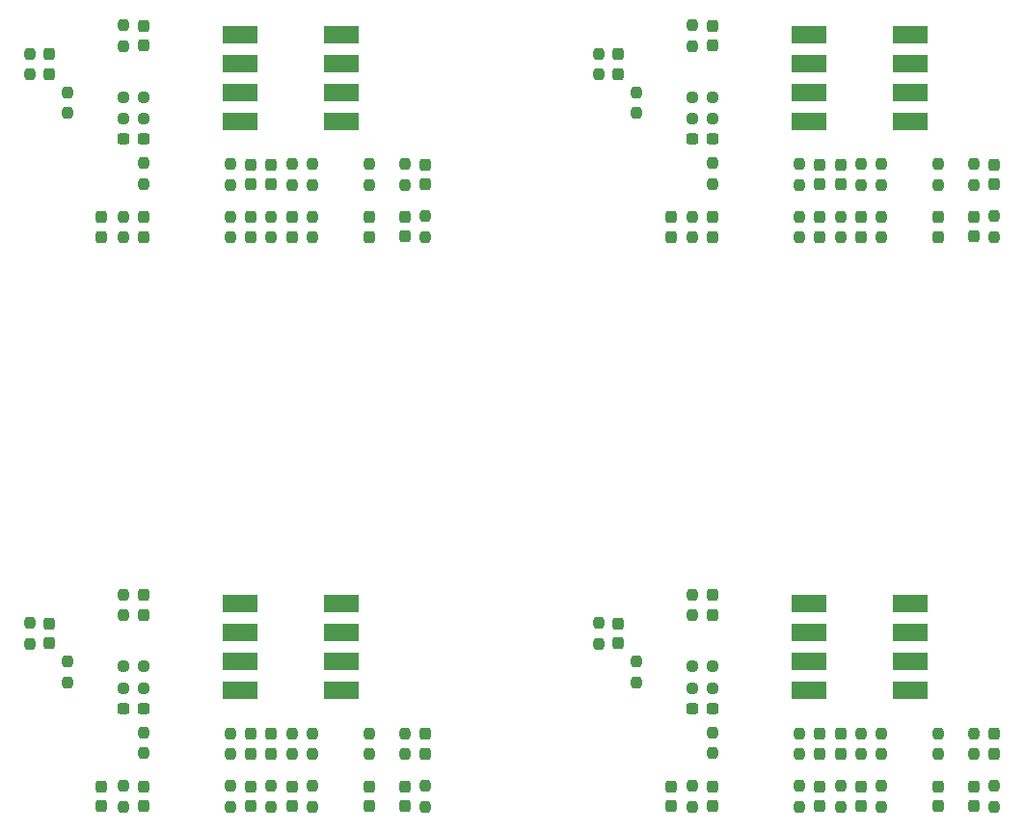
<source format=gbr>
%TF.GenerationSoftware,KiCad,Pcbnew,8.0.3*%
%TF.CreationDate,2025-04-01T20:28:10+03:00*%
%TF.ProjectId,DST-2,4453542d-322e-46b6-9963-61645f706362,rev?*%
%TF.SameCoordinates,Original*%
%TF.FileFunction,Paste,Top*%
%TF.FilePolarity,Positive*%
%FSLAX46Y46*%
G04 Gerber Fmt 4.6, Leading zero omitted, Abs format (unit mm)*
G04 Created by KiCad (PCBNEW 8.0.3) date 2025-04-01 20:28:10*
%MOMM*%
%LPD*%
G01*
G04 APERTURE LIST*
G04 Aperture macros list*
%AMRoundRect*
0 Rectangle with rounded corners*
0 $1 Rounding radius*
0 $2 $3 $4 $5 $6 $7 $8 $9 X,Y pos of 4 corners*
0 Add a 4 corners polygon primitive as box body*
4,1,4,$2,$3,$4,$5,$6,$7,$8,$9,$2,$3,0*
0 Add four circle primitives for the rounded corners*
1,1,$1+$1,$2,$3*
1,1,$1+$1,$4,$5*
1,1,$1+$1,$6,$7*
1,1,$1+$1,$8,$9*
0 Add four rect primitives between the rounded corners*
20,1,$1+$1,$2,$3,$4,$5,0*
20,1,$1+$1,$4,$5,$6,$7,0*
20,1,$1+$1,$6,$7,$8,$9,0*
20,1,$1+$1,$8,$9,$2,$3,0*%
G04 Aperture macros list end*
%ADD10RoundRect,0.237500X0.237500X-0.250000X0.237500X0.250000X-0.237500X0.250000X-0.237500X-0.250000X0*%
%ADD11RoundRect,0.237500X-0.250000X-0.237500X0.250000X-0.237500X0.250000X0.237500X-0.250000X0.237500X0*%
%ADD12RoundRect,0.237500X0.237500X-0.300000X0.237500X0.300000X-0.237500X0.300000X-0.237500X-0.300000X0*%
%ADD13RoundRect,0.237500X-0.237500X0.250000X-0.237500X-0.250000X0.237500X-0.250000X0.237500X0.250000X0*%
%ADD14RoundRect,0.237500X0.250000X0.237500X-0.250000X0.237500X-0.250000X-0.237500X0.250000X-0.237500X0*%
%ADD15RoundRect,0.237500X-0.237500X0.300000X-0.237500X-0.300000X0.237500X-0.300000X0.237500X0.300000X0*%
%ADD16RoundRect,0.237500X0.300000X0.237500X-0.300000X0.237500X-0.300000X-0.237500X0.300000X-0.237500X0*%
%ADD17R,3.100000X1.600000*%
G04 APERTURE END LIST*
D10*
%TO.C,R5*%
X123100000Y-121737500D03*
X123100000Y-123562500D03*
%TD*%
D11*
%TO.C,R13*%
X115512500Y-117750000D03*
X113687500Y-117750000D03*
%TD*%
D10*
%TO.C,R6*%
X165475000Y-73462500D03*
X165475000Y-71637500D03*
%TD*%
D12*
%TO.C,C4*%
X174875000Y-123512500D03*
X174875000Y-121787500D03*
%TD*%
D11*
%TO.C,R13*%
X163662500Y-67750000D03*
X165487500Y-67750000D03*
%TD*%
D10*
%TO.C,R8*%
X180275000Y-73562500D03*
X180275000Y-71737500D03*
%TD*%
D13*
%TO.C,R1*%
X113700000Y-128162500D03*
X113700000Y-126337500D03*
%TD*%
D10*
%TO.C,R15*%
X105500000Y-63862500D03*
X105500000Y-62037500D03*
%TD*%
%TO.C,R7*%
X128500000Y-121737500D03*
X128500000Y-123562500D03*
%TD*%
D14*
%TO.C,R12*%
X165487500Y-115850000D03*
X163662500Y-115850000D03*
%TD*%
D15*
%TO.C,C6*%
X140231891Y-123505609D03*
X140231891Y-121780609D03*
%TD*%
D14*
%TO.C,R12*%
X165487500Y-65850000D03*
X163662500Y-65850000D03*
%TD*%
%TO.C,R12*%
X113687500Y-115850000D03*
X115512500Y-115850000D03*
%TD*%
D16*
%TO.C,C10*%
X115462500Y-69550000D03*
X113737500Y-69550000D03*
%TD*%
D15*
%TO.C,C12*%
X161775000Y-76387500D03*
X161775000Y-78112500D03*
%TD*%
D12*
%TO.C,C3*%
X178475000Y-128112500D03*
X178475000Y-126387500D03*
%TD*%
%TO.C,C3*%
X128500000Y-126387500D03*
X128500000Y-128112500D03*
%TD*%
D15*
%TO.C,C8*%
X188406891Y-126380609D03*
X188406891Y-128105609D03*
%TD*%
%TO.C,C5*%
X126700000Y-71787500D03*
X126700000Y-73512500D03*
%TD*%
D13*
%TO.C,R4*%
X180275000Y-76337500D03*
X180275000Y-78162500D03*
%TD*%
D15*
%TO.C,C6*%
X190206891Y-71780609D03*
X190206891Y-73505609D03*
%TD*%
D10*
%TO.C,R5*%
X173075000Y-123562500D03*
X173075000Y-121737500D03*
%TD*%
D15*
%TO.C,C5*%
X176675000Y-121787500D03*
X176675000Y-123512500D03*
%TD*%
%TO.C,C7*%
X135300000Y-128112500D03*
X135300000Y-126387500D03*
%TD*%
D10*
%TO.C,R7*%
X178475000Y-73562500D03*
X178475000Y-71737500D03*
%TD*%
D17*
%TO.C,U1*%
X123955000Y-60340000D03*
X123955000Y-62880000D03*
X123955000Y-65420000D03*
X123955000Y-67960000D03*
X132845000Y-67960000D03*
X132845000Y-65420000D03*
X132845000Y-62880000D03*
X132845000Y-60340000D03*
%TD*%
D12*
%TO.C,C1*%
X165475000Y-128112500D03*
X165475000Y-126387500D03*
%TD*%
D10*
%TO.C,R8*%
X130300000Y-121737500D03*
X130300000Y-123562500D03*
%TD*%
%TO.C,R9*%
X140231891Y-126330609D03*
X140231891Y-128155609D03*
%TD*%
D15*
%TO.C,C9*%
X165475000Y-109587500D03*
X165475000Y-111312500D03*
%TD*%
%TO.C,C9*%
X165475000Y-59587500D03*
X165475000Y-61312500D03*
%TD*%
D12*
%TO.C,C1*%
X115500000Y-78112500D03*
X115500000Y-76387500D03*
%TD*%
D15*
%TO.C,C12*%
X111800000Y-128112500D03*
X111800000Y-126387500D03*
%TD*%
D12*
%TO.C,C4*%
X174875000Y-73512500D03*
X174875000Y-71787500D03*
%TD*%
D15*
%TO.C,C7*%
X185275000Y-76387500D03*
X185275000Y-78112500D03*
%TD*%
D13*
%TO.C,R16*%
X158775000Y-115437500D03*
X158775000Y-117262500D03*
%TD*%
%TO.C,R11*%
X188406891Y-121730609D03*
X188406891Y-123555609D03*
%TD*%
D15*
%TO.C,C6*%
X190206891Y-121780609D03*
X190206891Y-123505609D03*
%TD*%
D13*
%TO.C,R3*%
X126700000Y-76337500D03*
X126700000Y-78162500D03*
%TD*%
D15*
%TO.C,C9*%
X115500000Y-111312500D03*
X115500000Y-109587500D03*
%TD*%
D13*
%TO.C,R16*%
X158775000Y-65437500D03*
X158775000Y-67262500D03*
%TD*%
%TO.C,R14*%
X163675000Y-59537500D03*
X163675000Y-61362500D03*
%TD*%
D12*
%TO.C,C3*%
X128500000Y-78112500D03*
X128500000Y-76387500D03*
%TD*%
%TO.C,C1*%
X165475000Y-78112500D03*
X165475000Y-76387500D03*
%TD*%
D13*
%TO.C,R11*%
X188406891Y-71730609D03*
X188406891Y-73555609D03*
%TD*%
D10*
%TO.C,R9*%
X140231891Y-78155609D03*
X140231891Y-76330609D03*
%TD*%
D15*
%TO.C,C5*%
X176675000Y-71787500D03*
X176675000Y-73512500D03*
%TD*%
D11*
%TO.C,R13*%
X113687500Y-67750000D03*
X115512500Y-67750000D03*
%TD*%
D15*
%TO.C,C8*%
X138431891Y-76380609D03*
X138431891Y-78105609D03*
%TD*%
D13*
%TO.C,R4*%
X180275000Y-126337500D03*
X180275000Y-128162500D03*
%TD*%
%TO.C,R10*%
X185275000Y-71737500D03*
X185275000Y-73562500D03*
%TD*%
D10*
%TO.C,R7*%
X128500000Y-73562500D03*
X128500000Y-71737500D03*
%TD*%
D13*
%TO.C,R11*%
X138431891Y-123555609D03*
X138431891Y-121730609D03*
%TD*%
%TO.C,R10*%
X185275000Y-121737500D03*
X185275000Y-123562500D03*
%TD*%
%TO.C,R3*%
X176675000Y-76337500D03*
X176675000Y-78162500D03*
%TD*%
D16*
%TO.C,C10*%
X113737500Y-119550000D03*
X115462500Y-119550000D03*
%TD*%
D10*
%TO.C,R6*%
X115500000Y-121637500D03*
X115500000Y-123462500D03*
%TD*%
D15*
%TO.C,C2*%
X124900000Y-76387500D03*
X124900000Y-78112500D03*
%TD*%
D12*
%TO.C,C4*%
X124900000Y-121787500D03*
X124900000Y-123512500D03*
%TD*%
D15*
%TO.C,C6*%
X140231891Y-71780609D03*
X140231891Y-73505609D03*
%TD*%
D16*
%TO.C,C10*%
X165437500Y-69550000D03*
X163712500Y-69550000D03*
%TD*%
D10*
%TO.C,R15*%
X155475000Y-63862500D03*
X155475000Y-62037500D03*
%TD*%
%TO.C,R15*%
X105500000Y-112037500D03*
X105500000Y-113862500D03*
%TD*%
D11*
%TO.C,R13*%
X163662500Y-117750000D03*
X165487500Y-117750000D03*
%TD*%
D12*
%TO.C,C1*%
X115500000Y-126387500D03*
X115500000Y-128112500D03*
%TD*%
D10*
%TO.C,R8*%
X180275000Y-123562500D03*
X180275000Y-121737500D03*
%TD*%
D15*
%TO.C,C8*%
X188406891Y-76380609D03*
X188406891Y-78105609D03*
%TD*%
D16*
%TO.C,C10*%
X165437500Y-119550000D03*
X163712500Y-119550000D03*
%TD*%
D17*
%TO.C,U1*%
X173930000Y-60340000D03*
X173930000Y-62880000D03*
X173930000Y-65420000D03*
X173930000Y-67960000D03*
X182820000Y-67960000D03*
X182820000Y-65420000D03*
X182820000Y-62880000D03*
X182820000Y-60340000D03*
%TD*%
D15*
%TO.C,C2*%
X174875000Y-76387500D03*
X174875000Y-78112500D03*
%TD*%
D12*
%TO.C,C4*%
X124900000Y-73512500D03*
X124900000Y-71787500D03*
%TD*%
D13*
%TO.C,R1*%
X163675000Y-76337500D03*
X163675000Y-78162500D03*
%TD*%
D14*
%TO.C,R12*%
X115512500Y-65850000D03*
X113687500Y-65850000D03*
%TD*%
D13*
%TO.C,R14*%
X113700000Y-111362500D03*
X113700000Y-109537500D03*
%TD*%
%TO.C,R10*%
X135300000Y-123562500D03*
X135300000Y-121737500D03*
%TD*%
%TO.C,R14*%
X163675000Y-109537500D03*
X163675000Y-111362500D03*
%TD*%
D10*
%TO.C,R8*%
X130300000Y-73562500D03*
X130300000Y-71737500D03*
%TD*%
%TO.C,R9*%
X190206891Y-78155609D03*
X190206891Y-76330609D03*
%TD*%
D17*
%TO.C,U1*%
X173930000Y-110340000D03*
X173930000Y-112880000D03*
X173930000Y-115420000D03*
X173930000Y-117960000D03*
X182820000Y-117960000D03*
X182820000Y-115420000D03*
X182820000Y-112880000D03*
X182820000Y-110340000D03*
%TD*%
D15*
%TO.C,C8*%
X138431891Y-128105609D03*
X138431891Y-126380609D03*
%TD*%
D10*
%TO.C,R6*%
X165475000Y-123462500D03*
X165475000Y-121637500D03*
%TD*%
D13*
%TO.C,R3*%
X176675000Y-126337500D03*
X176675000Y-128162500D03*
%TD*%
D12*
%TO.C,C11*%
X157175000Y-113812500D03*
X157175000Y-112087500D03*
%TD*%
D13*
%TO.C,R2*%
X123100000Y-76337500D03*
X123100000Y-78162500D03*
%TD*%
D15*
%TO.C,C9*%
X115500000Y-59587500D03*
X115500000Y-61312500D03*
%TD*%
D13*
%TO.C,R2*%
X173075000Y-126337500D03*
X173075000Y-128162500D03*
%TD*%
%TO.C,R16*%
X108800000Y-117262500D03*
X108800000Y-115437500D03*
%TD*%
%TO.C,R4*%
X130300000Y-76337500D03*
X130300000Y-78162500D03*
%TD*%
D17*
%TO.C,U1*%
X132845000Y-110340000D03*
X132845000Y-112880000D03*
X132845000Y-115420000D03*
X132845000Y-117960000D03*
X123955000Y-117960000D03*
X123955000Y-115420000D03*
X123955000Y-112880000D03*
X123955000Y-110340000D03*
%TD*%
D10*
%TO.C,R5*%
X173075000Y-73562500D03*
X173075000Y-71737500D03*
%TD*%
D15*
%TO.C,C12*%
X161775000Y-126387500D03*
X161775000Y-128112500D03*
%TD*%
D13*
%TO.C,R4*%
X130300000Y-128162500D03*
X130300000Y-126337500D03*
%TD*%
D12*
%TO.C,C11*%
X107200000Y-112087500D03*
X107200000Y-113812500D03*
%TD*%
D13*
%TO.C,R14*%
X113700000Y-59537500D03*
X113700000Y-61362500D03*
%TD*%
D15*
%TO.C,C5*%
X126700000Y-123512500D03*
X126700000Y-121787500D03*
%TD*%
D10*
%TO.C,R9*%
X190206891Y-128155609D03*
X190206891Y-126330609D03*
%TD*%
D13*
%TO.C,R10*%
X135300000Y-71737500D03*
X135300000Y-73562500D03*
%TD*%
%TO.C,R11*%
X138431891Y-71730609D03*
X138431891Y-73555609D03*
%TD*%
D12*
%TO.C,C11*%
X157175000Y-63812500D03*
X157175000Y-62087500D03*
%TD*%
D13*
%TO.C,R2*%
X123100000Y-128162500D03*
X123100000Y-126337500D03*
%TD*%
D15*
%TO.C,C2*%
X174875000Y-126387500D03*
X174875000Y-128112500D03*
%TD*%
D13*
%TO.C,R3*%
X126700000Y-128162500D03*
X126700000Y-126337500D03*
%TD*%
%TO.C,R1*%
X163675000Y-126337500D03*
X163675000Y-128162500D03*
%TD*%
D12*
%TO.C,C11*%
X107200000Y-63812500D03*
X107200000Y-62087500D03*
%TD*%
D10*
%TO.C,R5*%
X123100000Y-73562500D03*
X123100000Y-71737500D03*
%TD*%
D13*
%TO.C,R2*%
X173075000Y-76337500D03*
X173075000Y-78162500D03*
%TD*%
D10*
%TO.C,R7*%
X178475000Y-123562500D03*
X178475000Y-121737500D03*
%TD*%
D15*
%TO.C,C7*%
X135300000Y-76387500D03*
X135300000Y-78112500D03*
%TD*%
D10*
%TO.C,R6*%
X115500000Y-73462500D03*
X115500000Y-71637500D03*
%TD*%
D13*
%TO.C,R16*%
X108800000Y-65437500D03*
X108800000Y-67262500D03*
%TD*%
D10*
%TO.C,R15*%
X155475000Y-113862500D03*
X155475000Y-112037500D03*
%TD*%
D15*
%TO.C,C2*%
X124900000Y-128112500D03*
X124900000Y-126387500D03*
%TD*%
%TO.C,C12*%
X111800000Y-76387500D03*
X111800000Y-78112500D03*
%TD*%
%TO.C,C7*%
X185275000Y-126387500D03*
X185275000Y-128112500D03*
%TD*%
D13*
%TO.C,R1*%
X113700000Y-76337500D03*
X113700000Y-78162500D03*
%TD*%
D12*
%TO.C,C3*%
X178475000Y-78112500D03*
X178475000Y-76387500D03*
%TD*%
M02*

</source>
